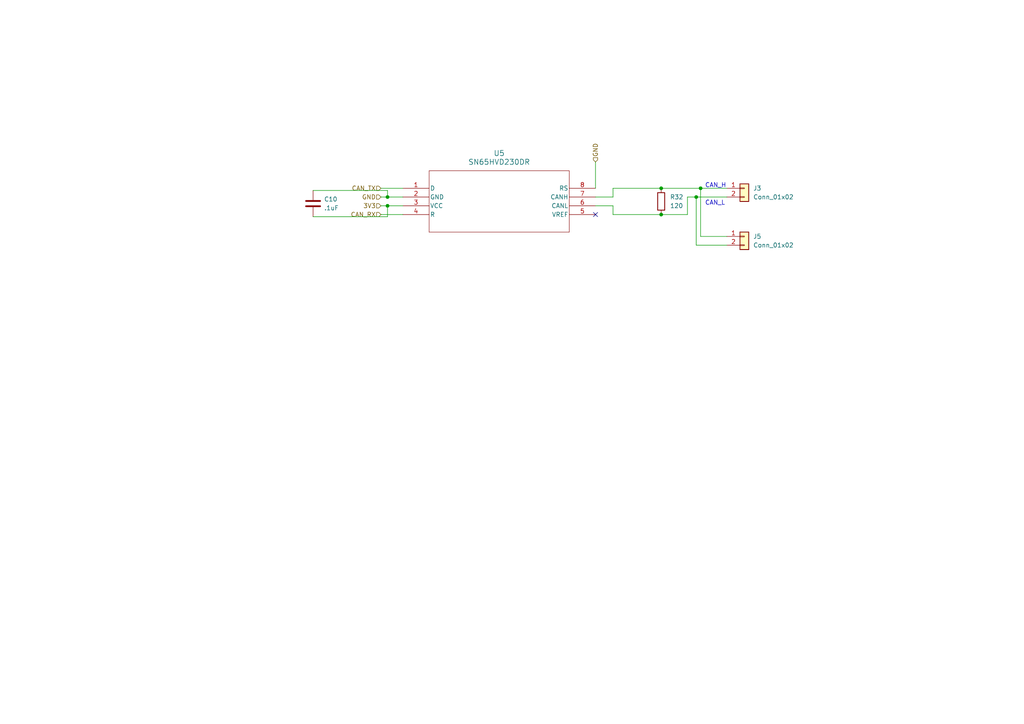
<source format=kicad_sch>
(kicad_sch (version 20230121) (generator eeschema)
  (paper "A4")
  (lib_symbols
    (symbol "Connector_Generic:Conn_01x02" (pin_names (offset 1.016) hide)
      (property "Reference" "J" (at 0 2.54 0))
      (property "Value" "Conn_01x02" (at 0 -5.08 0))
      (symbol "Conn_01x02_1_1"
        (rectangle (start -1.27 -2.413) (end 0 -2.667) (stroke (width 0.1524)))
        (rectangle (start -1.27 0.127) (end 0 -0.127) (stroke (width 0.1524)))
        (rectangle (start -1.27 1.27) (end 1.27 -3.81) (stroke (width 0.254)) (fill (type background)))
        (pin passive line (at -5.08 0 0) (length 3.81) (name "Pin_1") (number "1"))
        (pin passive line (at -5.08 -2.54 0) (length 3.81) (name "Pin_2") (number "2"))
      )
    )
    (symbol "Device:C" (pin_numbers hide) (pin_names (offset 0.254))
      (property "Reference" "C" (at 0.635 2.54 0))
      (property "Value" "C" (at 0.635 -2.54 0))
      (symbol "C_0_1"
        (polyline (pts (xy -2.032 -0.762) (xy 2.032 -0.762)) (stroke (width 0.508)))
        (polyline (pts (xy -2.032 0.762) (xy 2.032 0.762)) (stroke (width 0.508)))
      )
      (symbol "C_1_1"
        (pin passive line (at 0 3.81 270) (length 2.794) (name "~") (number "1"))
        (pin passive line (at 0 -3.81 90) (length 2.794) (name "~") (number "2"))
      )
    )
    (symbol "Device:R" (pin_numbers hide) (pin_names (offset 0))
      (property "Reference" "R" (at 2.032 0 90))
      (property "Value" "R" (at 0 0 90))
      (symbol "R_0_1"
        (rectangle (start -1.016 -2.54) (end 1.016 2.54) (stroke (width 0.254)))
      )
      (symbol "R_1_1"
        (pin passive line (at 0 3.81 270) (length 1.27) (name "~") (number "1"))
        (pin passive line (at 0 -3.81 90) (length 1.27) (name "~") (number "2"))
      )
    )
    (symbol "SN65HVD230DR:SN65HVD230DR" (pin_names (offset 0.254))
      (property "Reference" "U" (at 27.94 10.16 0))
      (property "Value" "SN65HVD230DR" (at 27.94 7.62 0))
      (symbol "SN65HVD230DR_0_1"
        (polyline (pts (xy 7.62 -12.7) (xy 48.26 -12.7)) (stroke (width 0.127)))
        (polyline (pts (xy 7.62 5.08) (xy 7.62 -12.7)) (stroke (width 0.127)))
        (polyline (pts (xy 48.26 -12.7) (xy 48.26 5.08)) (stroke (width 0.127)))
        (polyline (pts (xy 48.26 5.08) (xy 7.62 5.08)) (stroke (width 0.127)))
        (pin input line (at 0 0 0) (length 7.62) (name "D") (number "1"))
        (pin power_in line (at 0 -2.54 0) (length 7.62) (name "GND") (number "2"))
        (pin power_in line (at 0 -5.08 0) (length 7.62) (name "VCC") (number "3"))
        (pin input line (at 0 -7.62 0) (length 7.62) (name "R") (number "4"))
        (pin power_in line (at 55.88 -7.62 180) (length 7.62) (name "VREF") (number "5"))
        (pin output line (at 55.88 -5.08 180) (length 7.62) (name "CANL") (number "6"))
        (pin output line (at 55.88 -2.54 180) (length 7.62) (name "CANH") (number "7"))
        (pin input line (at 55.88 0 180) (length 7.62) (name "RS") (number "8"))
      )
    )
  )
  (junction (at 191.77 54.61))
  (junction (at 112.395 57.15))
  (junction (at 191.77 62.23))
  (junction (at 201.93 57.15))
  (junction (at 203.2 54.61))
  (junction (at 112.395 59.69))
  (no_connect (at 172.72 62.23))
  (wire (pts (xy 210.82 71.12) (xy 201.93 71.12)))
  (wire (pts (xy 110.49 62.23) (xy 116.84 62.23)))
  (wire (pts (xy 172.72 46.99) (xy 172.72 54.61)))
  (wire (pts (xy 110.49 57.15) (xy 112.395 57.15)))
  (wire (pts (xy 191.77 62.23) (xy 177.8 62.23)))
  (wire (pts (xy 203.2 68.58) (xy 203.2 54.61)))
  (wire (pts (xy 191.77 54.61) (xy 203.2 54.61)))
  (wire (pts (xy 177.8 54.61) (xy 191.77 54.61)))
  (wire (pts (xy 199.39 57.15) (xy 199.39 62.23)))
  (wire (pts (xy 90.805 55.245) (xy 112.395 55.245)))
  (wire (pts (xy 90.805 62.865) (xy 112.395 62.865)))
  (wire (pts (xy 210.82 68.58) (xy 203.2 68.58)))
  (wire (pts (xy 199.39 62.23) (xy 191.77 62.23)))
  (wire (pts (xy 172.72 59.69) (xy 177.8 59.69)))
  (wire (pts (xy 177.8 62.23) (xy 177.8 59.69)))
  (wire (pts (xy 112.395 62.865) (xy 112.395 59.69)))
  (wire (pts (xy 201.93 71.12) (xy 201.93 57.15)))
  (wire (pts (xy 199.39 57.15) (xy 201.93 57.15)))
  (wire (pts (xy 110.49 54.61) (xy 116.84 54.61)))
  (wire (pts (xy 112.395 59.69) (xy 116.84 59.69)))
  (wire (pts (xy 112.395 57.15) (xy 116.84 57.15)))
  (wire (pts (xy 177.8 57.15) (xy 177.8 54.61)))
  (wire (pts (xy 110.49 59.69) (xy 112.395 59.69)))
  (wire (pts (xy 172.72 57.15) (xy 177.8 57.15)))
  (wire (pts (xy 112.395 55.245) (xy 112.395 57.15)))
  (wire (pts (xy 201.93 57.15) (xy 210.82 57.15)))
  (wire (pts (xy 203.2 54.61) (xy 210.82 54.61)))
  (text "CAN_L" (at 204.47 59.69 0) (effects (font (size 1.27 1.27)) (justify left bottom)))
  (text "CAN_H\n" (at 204.47 54.61 0) (effects (font (size 1.27 1.27)) (justify left bottom)))
  (hierarchical_label "GND" (shape input) (at 172.72 46.99 90))
  (hierarchical_label "CAN_TX" (shape input) (at 110.49 54.61 180))
  (hierarchical_label "3V3" (shape input) (at 110.49 59.69 180))
  (hierarchical_label "CAN_RX" (shape input) (at 110.49 62.23 180))
  (hierarchical_label "GND" (shape input) (at 110.49 57.15 180))
  (symbol (lib_id "Device:C") (at 90.805 59.055 180) (unit 1)
    (property "Reference" "C10" (at 93.98 57.785 0) (effects (justify right)))
    (property "Value" ".1uF" (at 93.98 60.325 0) (effects (justify right)))
    (property "Footprint" "Capacitor_THT:C_Disc_D7.0mm_W2.5mm_P5.00mm" (effects hide))
    (instances (project "ROSE-PILK_v1" (path "" (reference "C10") (unit 1)) (path "" (reference "CAN1") (unit 1))))
  )
  (symbol (lib_id "SN65HVD230DR:SN65HVD230DR") (at 116.84 54.61 0) (unit 1)
    (property "Reference" "U5" (at 144.78 44.45 0) (effects (font (size 1.524 1.524))))
    (property "Value" "SN65HVD230DR" (at 144.78 46.99 0) (effects (font (size 1.524 1.524))))
    (property "Footprint" "SN65HVD230DR:SOIC127P599X175-8N" (effects hide))
    (property "Datasheet" "SN65HVD230DR" (effects hide))
  )
  (symbol (lib_id "Connector_Generic:Conn_01x02") (at 215.9 68.58 0) (unit 1)
    (property "Reference" "J5" (at 218.44 68.58 0) (effects (justify left)))
    (property "Value" "Conn_01x02" (at 218.44 71.12 0) (effects (justify left)))
    (property "Footprint" "Connector_JST:JST_GH_SM02B-GHS-TB_1x02-1MP_P1.25mm_Horizontal" (effects hide))
  )
  (symbol (lib_id "Connector_Generic:Conn_01x02") (at 215.9 54.61 0) (unit 1)
    (property "Reference" "J3" (at 218.44 54.61 0) (effects (justify left)))
    (property "Value" "Conn_01x02" (at 218.44 57.15 0) (effects (justify left)))
    (property "Footprint" "Connector_JST:JST_GH_SM02B-GHS-TB_1x02-1MP_P1.25mm_Horizontal" (effects hide))
  )
  (symbol (lib_id "Device:R") (at 191.77 58.42 0) (unit 1)
    (property "Reference" "R32" (at 194.31 57.15 0) (effects (justify left)))
    (property "Value" "120" (at 194.31 59.69 0) (effects (justify left)))
    (property "Footprint" "Resistor_THT:R_Axial_DIN0207_L6.3mm_D2.5mm_P10.16mm_Horizontal" (effects hide))
  )
)
</source>
